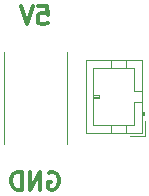
<source format=gbo>
G04 #@! TF.GenerationSoftware,KiCad,Pcbnew,(5.1.0)-1*
G04 #@! TF.CreationDate,2019-05-21T21:29:46+02:00*
G04 #@! TF.ProjectId,currentscaler,63757272-656e-4747-9363-616c65722e6b,rev?*
G04 #@! TF.SameCoordinates,Original*
G04 #@! TF.FileFunction,Legend,Bot*
G04 #@! TF.FilePolarity,Positive*
%FSLAX46Y46*%
G04 Gerber Fmt 4.6, Leading zero omitted, Abs format (unit mm)*
G04 Created by KiCad (PCBNEW (5.1.0)-1) date 2019-05-21 21:29:46*
%MOMM*%
%LPD*%
G04 APERTURE LIST*
%ADD10C,0.300000*%
%ADD11C,0.120000*%
G04 APERTURE END LIST*
D10*
X118685714Y-101178571D02*
X119400000Y-101178571D01*
X119471428Y-101892857D01*
X119400000Y-101821428D01*
X119257142Y-101750000D01*
X118900000Y-101750000D01*
X118757142Y-101821428D01*
X118685714Y-101892857D01*
X118614285Y-102035714D01*
X118614285Y-102392857D01*
X118685714Y-102535714D01*
X118757142Y-102607142D01*
X118900000Y-102678571D01*
X119257142Y-102678571D01*
X119400000Y-102607142D01*
X119471428Y-102535714D01*
X118185714Y-101178571D02*
X117685714Y-102678571D01*
X117185714Y-101178571D01*
X119542857Y-115250000D02*
X119685714Y-115178571D01*
X119900000Y-115178571D01*
X120114285Y-115250000D01*
X120257142Y-115392857D01*
X120328571Y-115535714D01*
X120400000Y-115821428D01*
X120400000Y-116035714D01*
X120328571Y-116321428D01*
X120257142Y-116464285D01*
X120114285Y-116607142D01*
X119900000Y-116678571D01*
X119757142Y-116678571D01*
X119542857Y-116607142D01*
X119471428Y-116535714D01*
X119471428Y-116035714D01*
X119757142Y-116035714D01*
X118828571Y-116678571D02*
X118828571Y-115178571D01*
X117971428Y-116678571D01*
X117971428Y-115178571D01*
X117257142Y-116678571D02*
X117257142Y-115178571D01*
X116900000Y-115178571D01*
X116685714Y-115250000D01*
X116542857Y-115392857D01*
X116471428Y-115535714D01*
X116400000Y-115821428D01*
X116400000Y-116035714D01*
X116471428Y-116321428D01*
X116542857Y-116464285D01*
X116685714Y-116607142D01*
X116900000Y-116678571D01*
X117257142Y-116678571D01*
D11*
X127710000Y-112160000D02*
X126460000Y-112160000D01*
X127710000Y-110910000D02*
X127710000Y-112160000D01*
X123300000Y-108800000D02*
X123800000Y-108800000D01*
X123800000Y-108700000D02*
X123300000Y-108700000D01*
X123800000Y-108900000D02*
X123800000Y-108700000D01*
X123300000Y-108900000D02*
X123800000Y-108900000D01*
X124800000Y-105740000D02*
X124800000Y-106350000D01*
X126100000Y-105740000D02*
X126100000Y-106350000D01*
X124800000Y-111860000D02*
X124800000Y-111250000D01*
X126100000Y-111860000D02*
X126100000Y-111250000D01*
X126800000Y-108300000D02*
X127410000Y-108300000D01*
X126800000Y-106350000D02*
X126800000Y-108300000D01*
X123300000Y-106350000D02*
X126800000Y-106350000D01*
X123300000Y-111250000D02*
X123300000Y-106350000D01*
X126800000Y-111250000D02*
X123300000Y-111250000D01*
X126800000Y-109300000D02*
X126800000Y-111250000D01*
X127410000Y-109300000D02*
X126800000Y-109300000D01*
X127510000Y-110100000D02*
X127510000Y-110400000D01*
X127610000Y-110400000D02*
X127410000Y-110400000D01*
X127610000Y-110100000D02*
X127610000Y-110400000D01*
X127410000Y-110100000D02*
X127610000Y-110100000D01*
X127410000Y-105740000D02*
X127410000Y-111860000D01*
X122690000Y-105740000D02*
X127410000Y-105740000D01*
X122690000Y-111860000D02*
X122690000Y-105740000D01*
X127410000Y-111860000D02*
X122690000Y-111860000D01*
X121110000Y-105063748D02*
X121110000Y-112836252D01*
X115790000Y-105063748D02*
X115790000Y-112836252D01*
M02*

</source>
